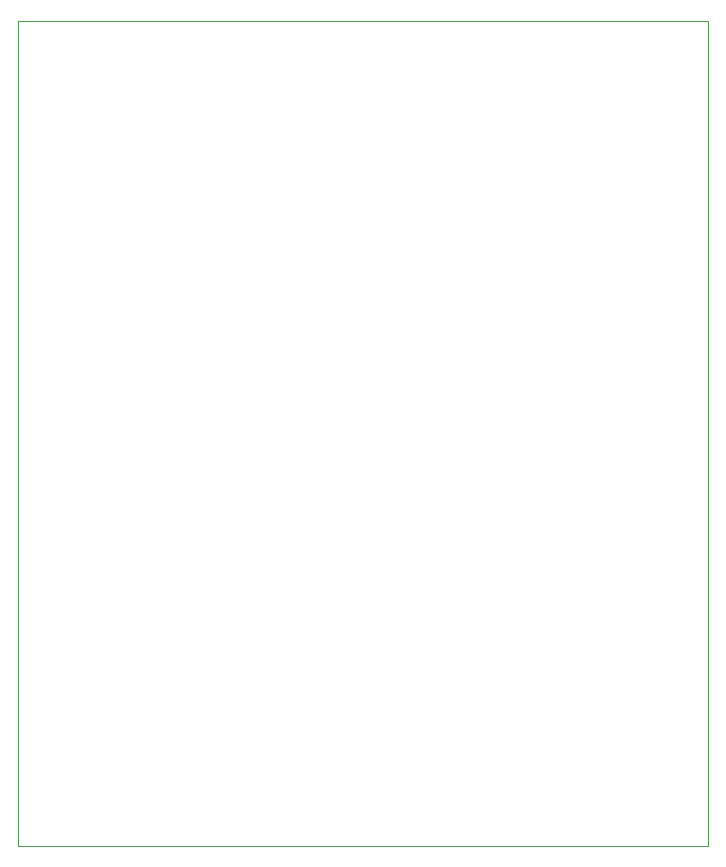
<source format=gbr>
G04 #@! TF.GenerationSoftware,KiCad,Pcbnew,5.0.2+dfsg1-1~bpo9+1*
G04 #@! TF.CreationDate,2019-03-26T11:30:45+01:00*
G04 #@! TF.ProjectId,DhMonitor,44684d6f-6e69-4746-9f72-2e6b69636164,0.1*
G04 #@! TF.SameCoordinates,Original*
G04 #@! TF.FileFunction,Profile,NP*
%FSLAX46Y46*%
G04 Gerber Fmt 4.6, Leading zero omitted, Abs format (unit mm)*
G04 Created by KiCad (PCBNEW 5.0.2+dfsg1-1~bpo9+1) date Tue 26 Mar 2019 11:30:45 CET*
%MOMM*%
%LPD*%
G01*
G04 APERTURE LIST*
%ADD10C,0.100000*%
G04 APERTURE END LIST*
D10*
X116840000Y-132080000D02*
X175260000Y-132080000D01*
X175260000Y-62230000D02*
X175260000Y-132080000D01*
X116840000Y-62230000D02*
X175260000Y-62230000D01*
X116840000Y-62230000D02*
X116840000Y-132080000D01*
M02*

</source>
